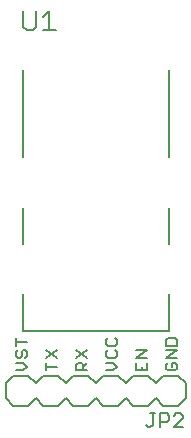
<source format=gbr>
G04 EAGLE Gerber RS-274X export*
G75*
%MOMM*%
%FSLAX34Y34*%
%LPD*%
%INSilkscreen Top*%
%IPPOS*%
%AMOC8*
5,1,8,0,0,1.08239X$1,22.5*%
G01*
%ADD10C,0.177800*%
%ADD11C,0.203200*%
%ADD12C,0.152400*%
%ADD13C,0.127000*%


D10*
X137111Y36539D02*
X135501Y34929D01*
X135501Y31709D01*
X137111Y30099D01*
X143551Y30099D01*
X145161Y31709D01*
X145161Y34929D01*
X143551Y36539D01*
X140331Y36539D01*
X140331Y33319D01*
X145161Y40624D02*
X135501Y40624D01*
X145161Y47064D01*
X135501Y47064D01*
X135501Y51148D02*
X145161Y51148D01*
X145161Y55978D01*
X143551Y57588D01*
X137111Y57588D01*
X135501Y55978D01*
X135501Y51148D01*
X68961Y30099D02*
X59301Y30099D01*
X59301Y34929D01*
X60911Y36539D01*
X64131Y36539D01*
X65741Y34929D01*
X65741Y30099D01*
X65741Y33319D02*
X68961Y36539D01*
X59301Y40624D02*
X68961Y47064D01*
X68961Y40624D02*
X59301Y47064D01*
X43561Y33319D02*
X33901Y33319D01*
X33901Y30099D02*
X33901Y36539D01*
X33901Y40624D02*
X43561Y47064D01*
X43561Y40624D02*
X33901Y47064D01*
X14941Y30099D02*
X8501Y30099D01*
X14941Y30099D02*
X18161Y33319D01*
X14941Y36539D01*
X8501Y36539D01*
X8501Y45454D02*
X10111Y47064D01*
X8501Y45454D02*
X8501Y42234D01*
X10111Y40624D01*
X11721Y40624D01*
X13331Y42234D01*
X13331Y45454D01*
X14941Y47064D01*
X16551Y47064D01*
X18161Y45454D01*
X18161Y42234D01*
X16551Y40624D01*
X18161Y54368D02*
X8501Y54368D01*
X8501Y51148D02*
X8501Y57588D01*
X110101Y36539D02*
X110101Y30099D01*
X119761Y30099D01*
X119761Y36539D01*
X114931Y33319D02*
X114931Y30099D01*
X119761Y40624D02*
X110101Y40624D01*
X119761Y47064D01*
X110101Y47064D01*
X91141Y30099D02*
X84701Y30099D01*
X91141Y30099D02*
X94361Y33319D01*
X91141Y36539D01*
X84701Y36539D01*
X84701Y45454D02*
X86311Y47064D01*
X84701Y45454D02*
X84701Y42234D01*
X86311Y40624D01*
X92751Y40624D01*
X94361Y42234D01*
X94361Y45454D01*
X92751Y47064D01*
X84701Y55978D02*
X86311Y57588D01*
X84701Y55978D02*
X84701Y52758D01*
X86311Y51148D01*
X92751Y51148D01*
X94361Y52758D01*
X94361Y55978D01*
X92751Y57588D01*
D11*
X138200Y63500D02*
X14200Y63500D01*
X14200Y210600D02*
X14200Y284500D01*
X14200Y167500D02*
X14200Y137500D01*
X14200Y94500D02*
X14200Y63500D01*
X138200Y63500D02*
X138200Y94500D01*
X138200Y137500D02*
X138200Y167500D01*
X138200Y210600D02*
X138200Y284500D01*
D12*
X14962Y320974D02*
X14962Y334532D01*
X14962Y320974D02*
X17674Y318262D01*
X23097Y318262D01*
X25809Y320974D01*
X25809Y334532D01*
X31334Y329109D02*
X36757Y334532D01*
X36757Y318262D01*
X31334Y318262D02*
X42180Y318262D01*
D11*
X25400Y6350D02*
X19050Y0D01*
X6350Y0D01*
X0Y6350D01*
X0Y19050D02*
X6350Y25400D01*
X19050Y25400D01*
X25400Y19050D01*
X57150Y0D02*
X69850Y0D01*
X57150Y0D02*
X50800Y6350D01*
X50800Y19050D02*
X57150Y25400D01*
X50800Y6350D02*
X44450Y0D01*
X31750Y0D01*
X25400Y6350D01*
X25400Y19050D02*
X31750Y25400D01*
X44450Y25400D01*
X50800Y19050D01*
X95250Y0D02*
X101600Y6350D01*
X95250Y0D02*
X82550Y0D01*
X76200Y6350D01*
X76200Y19050D02*
X82550Y25400D01*
X95250Y25400D01*
X101600Y19050D01*
X76200Y6350D02*
X69850Y0D01*
X76200Y19050D02*
X69850Y25400D01*
X57150Y25400D01*
X133350Y0D02*
X146050Y0D01*
X133350Y0D02*
X127000Y6350D01*
X127000Y19050D02*
X133350Y25400D01*
X127000Y6350D02*
X120650Y0D01*
X107950Y0D01*
X101600Y6350D01*
X101600Y19050D02*
X107950Y25400D01*
X120650Y25400D01*
X127000Y19050D01*
X152400Y19050D02*
X152400Y6350D01*
X146050Y0D01*
X152400Y19050D02*
X146050Y25400D01*
X133350Y25400D01*
X0Y19050D02*
X0Y6350D01*
D13*
X118715Y-15746D02*
X120622Y-17653D01*
X122528Y-17653D01*
X124435Y-15746D01*
X124435Y-6213D01*
X122528Y-6213D02*
X126342Y-6213D01*
X130409Y-6213D02*
X130409Y-17653D01*
X130409Y-6213D02*
X136129Y-6213D01*
X138036Y-8120D01*
X138036Y-11933D01*
X136129Y-13840D01*
X130409Y-13840D01*
X142103Y-17653D02*
X149729Y-17653D01*
X142103Y-17653D02*
X149729Y-10027D01*
X149729Y-8120D01*
X147823Y-6213D01*
X144010Y-6213D01*
X142103Y-8120D01*
M02*

</source>
